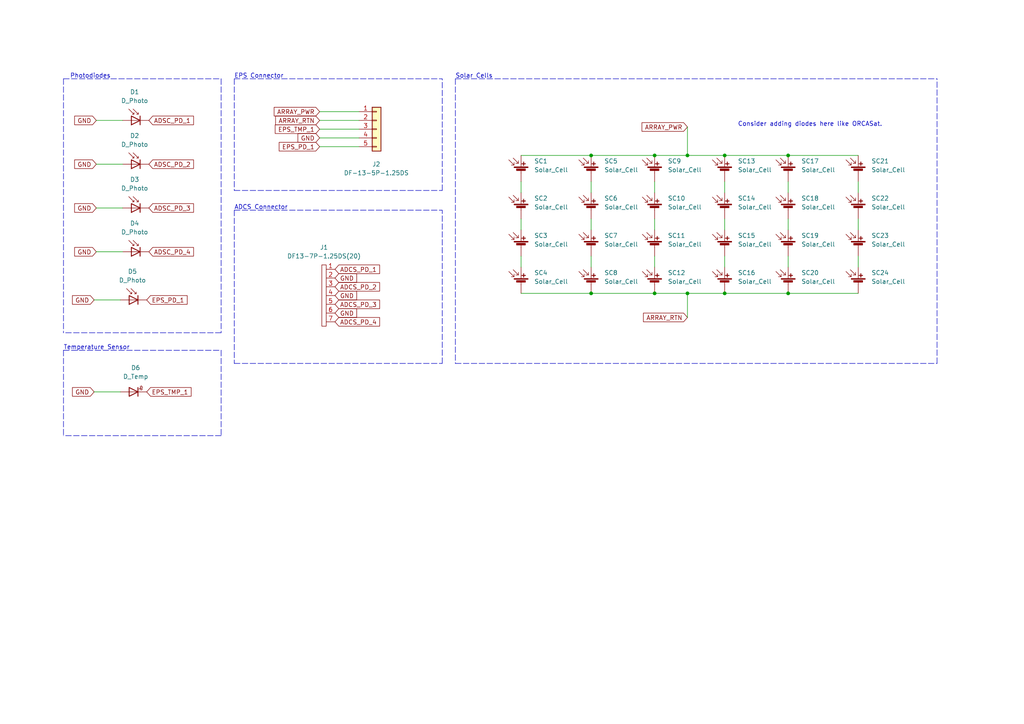
<source format=kicad_sch>
(kicad_sch (version 20211123) (generator eeschema)
  (paper "A4")
  (lib_symbols
    (symbol "ADCS_Symbols:DF13-4P-1.25DS(20)"
      (property "Reference" "U" (at 0 0 0))
      (property "Value" "DF13-4P-1.25DS(20)" (at 0 0 0))
      (symbol "DF13-4P-1.25DS(20)_0_1"
        (rectangle (start 0 0) (end 17.78 -1.27))
      )
      (symbol "DF13-4P-1.25DS(20)_1_1"
        (pin input line (at 1.27 -3.81 90) (length 2.54) (name "") (number "1"))
        (pin input line (at 3.81 -3.81 90) (length 2.54) (name "") (number "2"))
        (pin input line (at 6.35 -3.81 90) (length 2.54) (name "") (number "3"))
        (pin input line (at 8.89 -3.81 90) (length 2.54) (name "") (number "4"))
        (pin input line (at 11.43 -3.81 90) (length 2.54) (name "") (number "5"))
        (pin input line (at 13.97 -3.81 90) (length 2.54) (name "") (number "6"))
        (pin input line (at 16.51 -3.81 90) (length 2.54) (name "") (number "7"))
      )
    )
    (symbol "Connector_Generic:Conn_01x05" (pin_names (offset 1.016) hide)
      (property "Reference" "J" (at 0 7.62 0))
      (property "Value" "Conn_01x05" (at 0 -7.62 0))
      (symbol "Conn_01x05_1_1"
        (rectangle (start -1.27 -4.953) (end 0 -5.207) (stroke (width 0.1524)))
        (rectangle (start -1.27 -2.413) (end 0 -2.667) (stroke (width 0.1524)))
        (rectangle (start -1.27 0.127) (end 0 -0.127) (stroke (width 0.1524)))
        (rectangle (start -1.27 2.667) (end 0 2.413) (stroke (width 0.1524)))
        (rectangle (start -1.27 5.207) (end 0 4.953) (stroke (width 0.1524)))
        (rectangle (start -1.27 6.35) (end 1.27 -6.35) (stroke (width 0.254)) (fill (type background)))
        (pin passive line (at -5.08 5.08 0) (length 3.81) (name "Pin_1") (number "1"))
        (pin passive line (at -5.08 2.54 0) (length 3.81) (name "Pin_2") (number "2"))
        (pin passive line (at -5.08 0 0) (length 3.81) (name "Pin_3") (number "3"))
        (pin passive line (at -5.08 -2.54 0) (length 3.81) (name "Pin_4") (number "4"))
        (pin passive line (at -5.08 -5.08 0) (length 3.81) (name "Pin_5") (number "5"))
      )
    )
    (symbol "Device:D_Photo" (pin_numbers hide) (pin_names hide)
      (property "Reference" "D" (at 0.508 1.778 0))
      (property "Value" "D_Photo" (at -1.016 -2.794 0))
      (symbol "D_Photo_0_1"
        (polyline (pts (xy -2.54 1.27) (xy -2.54 -1.27)) (stroke (width 0.254)))
        (polyline (pts (xy -2.032 1.778) (xy -1.524 1.778)))
        (polyline (pts (xy 0 0) (xy -2.54 0)))
        (polyline (pts (xy -0.508 3.302) (xy -2.032 1.778) (xy -2.032 2.286)))
        (polyline (pts (xy 0 -1.27) (xy 0 1.27) (xy -2.54 0) (xy 0 -1.27)) (stroke (width 0.254)))
        (polyline (pts (xy 0.762 3.302) (xy -0.762 1.778) (xy -0.762 2.286) (xy -0.762 1.778) (xy -0.254 1.778)))
      )
      (symbol "D_Photo_1_1"
        (pin passive line (at -5.08 0 0) (length 2.54) (name "K") (number "1"))
        (pin passive line (at 2.54 0 180) (length 2.54) (name "A") (number "2"))
      )
    )
    (symbol "Device:D_TemperatureDependent" (pin_numbers hide) (pin_names (offset 1.016) hide)
      (property "Reference" "D" (at 0 2.54 0))
      (property "Value" "D_TemperatureDependent" (at 0 -3.175 0))
      (symbol "D_TemperatureDependent_0_1"
        (arc (start -2.4892 -1.4478) (mid -2.4907 -1.2925) (end -2.6162 -1.1938))
        (arc (start -2.4892 -1.4478) (mid -2.4148 -1.6274) (end -2.2352 -1.7018))
        (arc (start -2.4892 -0.8128) (mid -2.4148 -0.9924) (end -2.2352 -1.0668))
        (arc (start -2.2352 -1.7018) (mid -2.0556 -1.6274) (end -1.9812 -1.4478))
        (arc (start -2.2352 -1.0668) (mid -1.8805 -1.0481) (end -1.6002 -0.8128))
        (arc (start -2.2352 -0.5588) (mid -2.4148 -0.6332) (end -2.4892 -0.8128))
        (arc (start -1.9812 -0.8128) (mid -2.0556 -0.6332) (end -2.2352 -0.5588))
        (polyline (pts (xy -1.9812 -1.4224) (xy -1.9812 -0.8128)))
        (polyline (pts (xy -1.27 1.27) (xy -1.27 -1.27)) (stroke (width 0.254)))
        (polyline (pts (xy 1.27 0) (xy -1.27 0)))
        (polyline (pts (xy 1.27 -1.27) (xy 1.27 1.27) (xy -1.27 0) (xy 1.27 -1.27)) (stroke (width 0.254)))
      )
      (symbol "D_TemperatureDependent_1_1"
        (pin passive line (at -3.81 0 0) (length 2.54) (name "K") (number "1"))
        (pin passive line (at 3.81 0 180) (length 2.54) (name "A") (number "2"))
      )
    )
    (symbol "Device:Solar_Cell" (pin_numbers hide) (pin_names (offset 0) hide)
      (property "Reference" "SC" (at 2.54 2.54 0))
      (property "Value" "Solar_Cell" (at 2.54 0 0))
      (symbol "Solar_Cell_0_1"
        (rectangle (start -2.032 1.778) (end 2.032 1.524) (fill (type outline)))
        (rectangle (start -1.3208 1.1938) (end 1.27 0.6858) (fill (type outline)))
        (polyline (pts (xy -2.032 2.286) (xy -3.556 3.81)))
        (polyline (pts (xy -0.762 2.794) (xy -2.286 4.318)))
        (polyline (pts (xy 0 0.762) (xy 0 0)))
        (polyline (pts (xy 0 1.778) (xy 0 2.54)))
        (polyline (pts (xy 0.254 2.667) (xy 1.27 2.667)) (stroke (width 0.254)))
        (polyline (pts (xy 0.762 3.175) (xy 0.762 2.159)) (stroke (width 0.254)))
        (polyline (pts (xy -2.032 3.048) (xy -2.032 2.286) (xy -2.794 2.286)))
        (polyline (pts (xy -0.762 3.556) (xy -0.762 2.794) (xy -1.524 2.794)))
      )
      (symbol "Solar_Cell_1_1"
        (pin passive line (at 0 5.08 270) (length 2.54) (name "+") (number "1"))
        (pin passive line (at 0 -2.54 90) (length 2.54) (name "-") (number "2"))
      )
    )
  )
  (junction (at 228.6 85.09))
  (junction (at 171.45 45.085))
  (junction (at 189.865 85.09))
  (junction (at 199.39 45.085))
  (junction (at 228.6 45.085))
  (junction (at 171.45 85.09))
  (junction (at 199.39 85.09))
  (junction (at 189.865 45.085))
  (junction (at 210.185 45.085))
  (junction (at 210.185 85.09))
  (polyline (pts (xy 271.78 105.41) (xy 271.78 22.86)))
  (wire (pts (xy 92.71 34.925) (xy 104.14 34.925)))
  (wire (pts (xy 92.71 32.385) (xy 104.14 32.385)))
  (wire (pts (xy 151.13 52.705) (xy 151.13 55.88)))
  (wire (pts (xy 228.6 74.295) (xy 228.6 77.47)))
  (wire (pts (xy 210.185 63.5) (xy 210.185 66.675)))
  (wire (pts (xy 210.185 52.705) (xy 210.185 55.88)))
  (wire (pts (xy 228.6 52.705) (xy 228.6 55.88)))
  (polyline (pts (xy 18.415 22.86) (xy 18.415 96.52)))
  (polyline (pts (xy 128.27 105.41) (xy 128.27 60.96)))
  (wire (pts (xy 210.185 85.09) (xy 228.6 85.09)))
  (polyline (pts (xy 64.135 101.6) (xy 64.135 126.365)))
  (wire (pts (xy 27.305 86.995) (xy 34.925 86.995)))
  (wire (pts (xy 228.6 45.085) (xy 248.92 45.085)))
  (wire (pts (xy 199.39 85.09) (xy 199.39 92.075)))
  (wire (pts (xy 210.185 45.085) (xy 228.6 45.085)))
  (polyline (pts (xy 18.415 22.86) (xy 64.135 22.86)))
  (wire (pts (xy 151.13 85.09) (xy 171.45 85.09)))
  (wire (pts (xy 189.865 52.705) (xy 189.865 55.88)))
  (wire (pts (xy 171.45 85.09) (xy 189.865 85.09)))
  (polyline (pts (xy 67.945 60.96) (xy 128.27 60.96)))
  (wire (pts (xy 189.865 45.085) (xy 199.39 45.085)))
  (polyline (pts (xy 18.415 101.6) (xy 64.135 101.6)))
  (wire (pts (xy 248.92 52.705) (xy 248.92 55.88)))
  (wire (pts (xy 151.13 63.5) (xy 151.13 66.675)))
  (polyline (pts (xy 132.08 105.41) (xy 271.78 105.41)))
  (wire (pts (xy 27.305 113.665) (xy 34.925 113.665)))
  (wire (pts (xy 228.6 85.09) (xy 248.92 85.09)))
  (polyline (pts (xy 64.135 22.86) (xy 64.135 96.52)))
  (polyline (pts (xy 67.945 105.41) (xy 128.27 105.41)))
  (wire (pts (xy 248.92 74.295) (xy 248.92 77.47)))
  (wire (pts (xy 199.39 45.085) (xy 210.185 45.085)))
  (polyline (pts (xy 128.27 55.245) (xy 128.27 22.86)))
  (wire (pts (xy 92.71 40.005) (xy 104.14 40.005)))
  (wire (pts (xy 248.92 63.5) (xy 248.92 66.675)))
  (polyline (pts (xy 18.415 101.6) (xy 18.415 126.365)))
  (polyline (pts (xy 67.945 60.96) (xy 67.945 105.41)))
  (wire (pts (xy 27.94 47.625) (xy 35.56 47.625)))
  (wire (pts (xy 210.185 74.295) (xy 210.185 77.47)))
  (wire (pts (xy 199.39 36.83) (xy 199.39 45.085)))
  (polyline (pts (xy 67.945 55.245) (xy 128.27 55.245)))
  (wire (pts (xy 27.94 60.325) (xy 35.56 60.325)))
  (polyline (pts (xy 67.945 22.86) (xy 67.945 55.245)))
  (polyline (pts (xy 67.945 22.86) (xy 128.27 22.86)))
  (polyline (pts (xy 132.08 22.86) (xy 132.08 105.41)))
  (wire (pts (xy 171.45 74.295) (xy 171.45 77.47)))
  (wire (pts (xy 92.71 42.545) (xy 104.14 42.545)))
  (wire (pts (xy 189.865 85.09) (xy 199.39 85.09)))
  (wire (pts (xy 189.865 74.295) (xy 189.865 77.47)))
  (polyline (pts (xy 64.135 96.52) (xy 18.415 96.52)))
  (wire (pts (xy 92.71 37.465) (xy 104.14 37.465)))
  (wire (pts (xy 27.94 34.925) (xy 35.56 34.925)))
  (wire (pts (xy 228.6 63.5) (xy 228.6 66.675)))
  (wire (pts (xy 199.39 85.09) (xy 210.185 85.09)))
  (wire (pts (xy 189.865 63.5) (xy 189.865 66.675)))
  (wire (pts (xy 151.13 74.295) (xy 151.13 77.47)))
  (wire (pts (xy 151.13 45.085) (xy 171.45 45.085)))
  (wire (pts (xy 171.45 63.5) (xy 171.45 66.675)))
  (wire (pts (xy 171.45 45.085) (xy 189.865 45.085)))
  (wire (pts (xy 27.94 73.025) (xy 35.56 73.025)))
  (wire (pts (xy 171.45 52.705) (xy 171.45 55.88)))
  (polyline (pts (xy 132.08 22.86) (xy 271.78 22.86)))
  (polyline (pts (xy 64.135 126.365) (xy 18.415 126.365)))
  (text "Solar Cells" (at 132.08 22.86 0) (effects (font (size 1.27 1.27)) (justify left bottom)))
  (text "Photodiodes" (at 20.32 22.86 0) (effects (font (size 1.27 1.27)) (justify left bottom)))
  (text "ADCS Connector" (at 67.945 60.96 0) (effects (font (size 1.27 1.27)) (justify left bottom)))
  (text "Consider adding diodes here like ORCASat." (at 213.995 36.83 0) (effects (font (size 1.27 1.27)) (justify left bottom)))
  (text "Temperature Sensor" (at 18.415 101.6 0) (effects (font (size 1.27 1.27)) (justify left bottom)))
  (text "EPS Connector" (at 67.945 22.86 0) (effects (font (size 1.27 1.27)) (justify left bottom)))
  (global_label "GND" (shape input) (at 92.71 40.005 180) (property "Intersheet References" "${INTERSHEET_REFS}" (effects hide)))
  (global_label "GND" (shape input) (at 27.305 86.995 180) (property "Intersheet References" "${INTERSHEET_REFS}" (effects hide)))
  (global_label "ADCS_PD_3" (shape input) (at 97.155 88.265 0) (property "Intersheet References" "${INTERSHEET_REFS}" (effects hide)))
  (global_label "EPS_TMP_1" (shape input) (at 92.71 37.465 180) (property "Intersheet References" "${INTERSHEET_REFS}" (effects hide)))
  (global_label "ARRAY_PWR" (shape input) (at 92.71 32.385 180) (property "Intersheet References" "${INTERSHEET_REFS}" (effects hide)))
  (global_label "ARRAY_RTN" (shape input) (at 199.39 92.075 180) (property "Intersheet References" "${INTERSHEET_REFS}" (effects hide)))
  (global_label "GND" (shape input) (at 27.305 113.665 180) (property "Intersheet References" "${INTERSHEET_REFS}" (effects hide)))
  (global_label "GND" (shape input) (at 27.94 60.325 180) (property "Intersheet References" "${INTERSHEET_REFS}" (effects hide)))
  (global_label "GND" (shape input) (at 97.155 90.805 0) (property "Intersheet References" "${INTERSHEET_REFS}" (effects hide)))
  (global_label "GND" (shape input) (at 27.94 73.025 180) (property "Intersheet References" "${INTERSHEET_REFS}" (effects hide)))
  (global_label "GND" (shape input) (at 97.155 85.725 0) (property "Intersheet References" "${INTERSHEET_REFS}" (effects hide)))
  (global_label "GND" (shape input) (at 97.155 80.645 0) (property "Intersheet References" "${INTERSHEET_REFS}" (effects hide)))
  (global_label "ADCS_PD_2" (shape input) (at 97.155 83.185 0) (property "Intersheet References" "${INTERSHEET_REFS}" (effects hide)))
  (global_label "ADCS_PD_1" (shape input) (at 97.155 78.105 0) (property "Intersheet References" "${INTERSHEET_REFS}" (effects hide)))
  (global_label "ADSC_PD_4" (shape input) (at 43.18 73.025 0) (property "Intersheet References" "${INTERSHEET_REFS}" (effects hide)))
  (global_label "EPS_PD_1" (shape input) (at 42.545 86.995 0) (property "Intersheet References" "${INTERSHEET_REFS}" (effects hide)))
  (global_label "EPS_TMP_1" (shape input) (at 42.545 113.665 0) (property "Intersheet References" "${INTERSHEET_REFS}" (effects hide)))
  (global_label "ADSC_PD_2" (shape input) (at 43.18 47.625 0) (property "Intersheet References" "${INTERSHEET_REFS}" (effects hide)))
  (global_label "EPS_PD_1" (shape input) (at 92.71 42.545 180) (property "Intersheet References" "${INTERSHEET_REFS}" (effects hide)))
  (global_label "ADSC_PD_1" (shape input) (at 43.18 34.925 0) (property "Intersheet References" "${INTERSHEET_REFS}" (effects hide)))
  (global_label "ADCS_PD_4" (shape input) (at 97.155 93.345 0) (property "Intersheet References" "${INTERSHEET_REFS}" (effects hide)))
  (global_label "GND" (shape input) (at 27.94 47.625 180) (property "Intersheet References" "${INTERSHEET_REFS}" (effects hide)))
  (global_label "ADSC_PD_3" (shape input) (at 43.18 60.325 0) (property "Intersheet References" "${INTERSHEET_REFS}" (effects hide)))
  (global_label "ARRAY_PWR" (shape input) (at 199.39 36.83 180) (property "Intersheet References" "${INTERSHEET_REFS}" (effects hide)))
  (global_label "ARRAY_RTN" (shape input) (at 92.71 34.925 180) (property "Intersheet References" "${INTERSHEET_REFS}" (effects hide)))
  (global_label "GND" (shape input) (at 27.94 34.925 180) (property "Intersheet References" "${INTERSHEET_REFS}" (effects hide)))
  (symbol (lib_id "Device:Solar_Cell") (at 228.6 60.96 0) (unit 1)
    (property "Reference" "SC18" (at 232.41 57.5309 0) (effects (justify left)))
    (property "Value" "Solar_Cell" (at 232.41 60.0709 0) (effects (justify left)))
  )
  (symbol (lib_id "Device:D_Photo") (at 37.465 86.995 0) (mirror y) (unit 1)
    (property "Reference" "D5" (at 38.4175 78.74 0))
    (property "Value" "D_Photo" (at 38.4175 81.28 0))
  )
  (symbol (lib_id "Device:Solar_Cell") (at 210.185 82.55 0) (unit 1)
    (property "Reference" "SC16" (at 213.995 79.1209 0) (effects (justify left)))
    (property "Value" "Solar_Cell" (at 213.995 81.6609 0) (effects (justify left)))
  )
  (symbol (lib_id "Device:Solar_Cell") (at 151.13 60.96 0) (unit 1)
    (property "Reference" "SC2" (at 154.94 57.5309 0) (effects (justify left)))
    (property "Value" "Solar_Cell" (at 154.94 60.0709 0) (effects (justify left)))
  )
  (symbol (lib_id "Device:Solar_Cell") (at 189.865 50.165 0) (unit 1)
    (property "Reference" "SC9" (at 193.675 46.7359 0) (effects (justify left)))
    (property "Value" "Solar_Cell" (at 193.675 49.2759 0) (effects (justify left)))
  )
  (symbol (lib_id "Device:Solar_Cell") (at 228.6 50.165 0) (unit 1)
    (property "Reference" "SC17" (at 232.41 46.7359 0) (effects (justify left)))
    (property "Value" "Solar_Cell" (at 232.41 49.2759 0) (effects (justify left)))
  )
  (symbol (lib_id "Device:Solar_Cell") (at 151.13 82.55 0) (unit 1)
    (property "Reference" "SC4" (at 154.94 79.1209 0) (effects (justify left)))
    (property "Value" "Solar_Cell" (at 154.94 81.6609 0) (effects (justify left)))
  )
  (symbol (lib_id "Device:D_Photo") (at 38.1 60.325 0) (mirror y) (unit 1)
    (property "Reference" "D3" (at 39.0525 52.07 0))
    (property "Value" "D_Photo" (at 39.0525 54.61 0))
  )
  (symbol (lib_id "Device:Solar_Cell") (at 189.865 60.96 0) (unit 1)
    (property "Reference" "SC10" (at 193.675 57.5309 0) (effects (justify left)))
    (property "Value" "Solar_Cell" (at 193.675 60.0709 0) (effects (justify left)))
  )
  (symbol (lib_id "Device:Solar_Cell") (at 210.185 71.755 0) (unit 1)
    (property "Reference" "SC15" (at 213.995 68.3259 0) (effects (justify left)))
    (property "Value" "Solar_Cell" (at 213.995 70.8659 0) (effects (justify left)))
  )
  (symbol (lib_id "Device:Solar_Cell") (at 248.92 60.96 0) (unit 1)
    (property "Reference" "SC22" (at 252.73 57.5309 0) (effects (justify left)))
    (property "Value" "Solar_Cell" (at 252.73 60.0709 0) (effects (justify left)))
  )
  (symbol (lib_id "Device:D_TemperatureDependent") (at 38.735 113.665 180) (unit 1)
    (property "Reference" "D6" (at 39.3446 106.68 0))
    (property "Value" "D_Temp" (at 39.3446 109.22 0))
  )
  (symbol (lib_id "Device:Solar_Cell") (at 248.92 50.165 0) (unit 1)
    (property "Reference" "SC21" (at 252.73 46.7359 0) (effects (justify left)))
    (property "Value" "Solar_Cell" (at 252.73 49.2759 0) (effects (justify left)))
  )
  (symbol (lib_id "Device:Solar_Cell") (at 151.13 71.755 0) (unit 1)
    (property "Reference" "SC3" (at 154.94 68.3259 0) (effects (justify left)))
    (property "Value" "Solar_Cell" (at 154.94 70.8659 0) (effects (justify left)))
  )
  (symbol (lib_id "Device:D_Photo") (at 38.1 73.025 0) (mirror y) (unit 1)
    (property "Reference" "D4" (at 39.0525 64.77 0))
    (property "Value" "D_Photo" (at 39.0525 67.31 0))
  )
  (symbol (lib_id "Device:D_Photo") (at 38.1 34.925 0) (mirror y) (unit 1)
    (property "Reference" "D1" (at 39.0525 26.67 0))
    (property "Value" "D_Photo" (at 39.0525 29.21 0))
  )
  (symbol (lib_id "ADCS_Symbols:DF13-4P-1.25DS(20)") (at 93.345 76.835 90) (mirror x) (unit 1)
    (property "Reference" "J1" (at 93.98 71.755 90))
    (property "Value" "DF13-7P-1.25DS(20)" (at 93.98 74.295 90))
    (property "Footprint" "Connector_Hirose:Hirose_DF13-07P-1.25DS_1x07_P1.25mm_Horizontal" (effects hide))
  )
  (symbol (lib_id "Connector_Generic:Conn_01x05") (at 109.22 37.465 0) (unit 1)
    (property "Reference" "J2" (at 107.95 47.625 0) (effects (justify left)))
    (property "Value" "DF-13-5P-1.25DS" (at 99.695 50.165 0) (effects (justify left)))
    (property "Footprint" "Connector_Hirose:Hirose_DF13-05P-1.25DS_1x05_P1.25mm_Horizontal" (effects hide))
  )
  (symbol (lib_id "Device:Solar_Cell") (at 248.92 71.755 0) (unit 1)
    (property "Reference" "SC23" (at 252.73 68.3259 0) (effects (justify left)))
    (property "Value" "Solar_Cell" (at 252.73 70.8659 0) (effects (justify left)))
  )
  (symbol (lib_id "Device:Solar_Cell") (at 248.92 82.55 0) (unit 1)
    (property "Reference" "SC24" (at 252.73 79.1209 0) (effects (justify left)))
    (property "Value" "Solar_Cell" (at 252.73 81.6609 0) (effects (justify left)))
  )
  (symbol (lib_id "Device:Solar_Cell") (at 210.185 50.165 0) (unit 1)
    (property "Reference" "SC13" (at 213.995 46.7359 0) (effects (justify left)))
    (property "Value" "Solar_Cell" (at 213.995 49.2759 0) (effects (justify left)))
  )
  (symbol (lib_id "Device:Solar_Cell") (at 189.865 71.755 0) (unit 1)
    (property "Reference" "SC11" (at 193.675 68.3259 0) (effects (justify left)))
    (property "Value" "Solar_Cell" (at 193.675 70.8659 0) (effects (justify left)))
  )
  (symbol (lib_id "Device:D_Photo") (at 38.1 47.625 0) (mirror y) (unit 1)
    (property "Reference" "D2" (at 39.0525 39.37 0))
    (property "Value" "D_Photo" (at 39.0525 41.91 0))
  )
  (symbol (lib_id "Device:Solar_Cell") (at 210.185 60.96 0) (unit 1)
    (property "Reference" "SC14" (at 213.995 57.5309 0) (effects (justify left)))
    (property "Value" "Solar_Cell" (at 213.995 60.0709 0) (effects (justify left)))
  )
  (symbol (lib_id "Device:Solar_Cell") (at 171.45 82.55 0) (unit 1)
    (property "Reference" "SC8" (at 175.26 79.1209 0) (effects (justify left)))
    (property "Value" "Solar_Cell" (at 175.26 81.6609 0) (effects (justify left)))
  )
  (symbol (lib_id "Device:Solar_Cell") (at 189.865 82.55 0) (unit 1)
    (property "Reference" "SC12" (at 193.675 79.1209 0) (effects (justify left)))
    (property "Value" "Solar_Cell" (at 193.675 81.6609 0) (effects (justify left)))
  )
  (symbol (lib_id "Device:Solar_Cell") (at 171.45 71.755 0) (unit 1)
    (property "Reference" "SC7" (at 175.26 68.3259 0) (effects (justify left)))
    (property "Value" "Solar_Cell" (at 175.26 70.8659 0) (effects (justify left)))
  )
  (symbol (lib_id "Device:Solar_Cell") (at 228.6 71.755 0) (unit 1)
    (property "Reference" "SC19" (at 232.41 68.3259 0) (effects (justify left)))
    (property "Value" "Solar_Cell" (at 232.41 70.8659 0) (effects (justify left)))
  )
  (symbol (lib_id "Device:Solar_Cell") (at 171.45 60.96 0) (unit 1)
    (property "Reference" "SC6" (at 175.26 57.5309 0) (effects (justify left)))
    (property "Value" "Solar_Cell" (at 175.26 60.0709 0) (effects (justify left)))
  )
  (symbol (lib_id "Device:Solar_Cell") (at 151.13 50.165 0) (unit 1)
    (property "Reference" "SC1" (at 154.94 46.7359 0) (effects (justify left)))
    (property "Value" "Solar_Cell" (at 154.94 49.2759 0) (effects (justify left)))
  )
  (symbol (lib_id "Device:Solar_Cell") (at 171.45 50.165 0) (unit 1)
    (property "Reference" "SC5" (at 175.26 46.7359 0) (effects (justify left)))
    (property "Value" "Solar_Cell" (at 175.26 49.2759 0) (effects (justify left)))
  )
  (symbol (lib_id "Device:Solar_Cell") (at 228.6 82.55 0) (unit 1)
    (property "Reference" "SC20" (at 232.41 79.1209 0) (effects (justify left)))
    (property "Value" "Solar_Cell" (at 232.41 81.6609 0) (effects (justify left)))
  )
)
</source>
